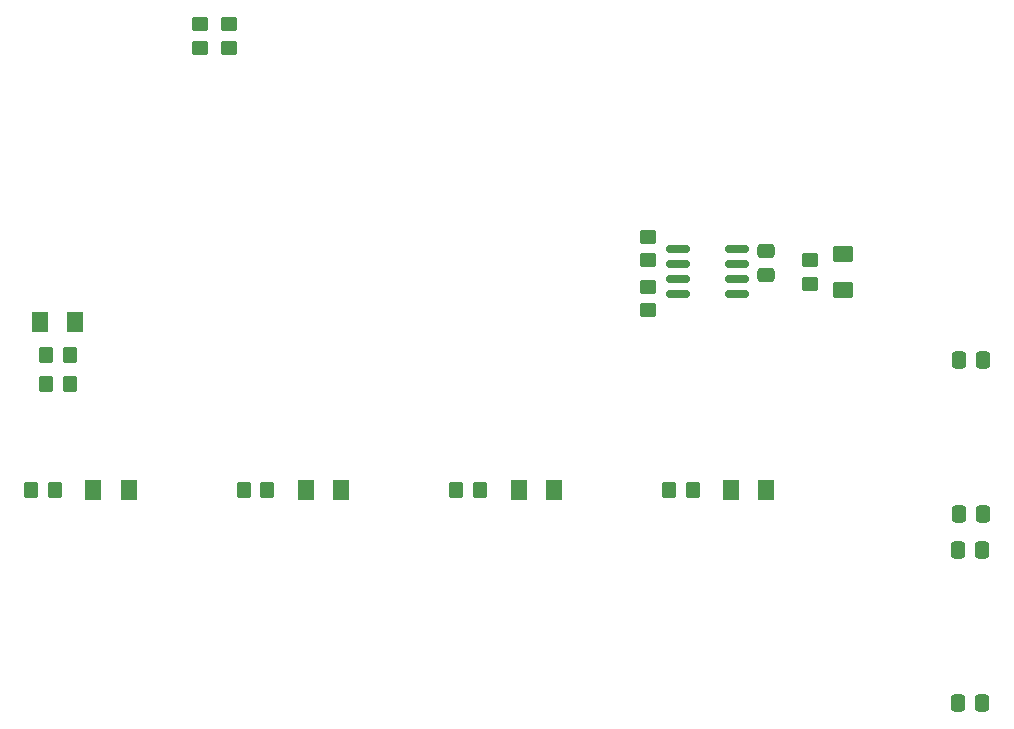
<source format=gbr>
%TF.GenerationSoftware,KiCad,Pcbnew,(5.99.0-10406-ge27733587d)*%
%TF.CreationDate,2021-05-19T17:56:25+05:30*%
%TF.ProjectId,OxiKit-Brainboard_v1,4f78694b-6974-42d4-9272-61696e626f61,rev?*%
%TF.SameCoordinates,Original*%
%TF.FileFunction,Paste,Top*%
%TF.FilePolarity,Positive*%
%FSLAX46Y46*%
G04 Gerber Fmt 4.6, Leading zero omitted, Abs format (unit mm)*
G04 Created by KiCad (PCBNEW (5.99.0-10406-ge27733587d)) date 2021-05-19 17:56:25*
%MOMM*%
%LPD*%
G01*
G04 APERTURE LIST*
G04 Aperture macros list*
%AMRoundRect*
0 Rectangle with rounded corners*
0 $1 Rounding radius*
0 $2 $3 $4 $5 $6 $7 $8 $9 X,Y pos of 4 corners*
0 Add a 4 corners polygon primitive as box body*
4,1,4,$2,$3,$4,$5,$6,$7,$8,$9,$2,$3,0*
0 Add four circle primitives for the rounded corners*
1,1,$1+$1,$2,$3*
1,1,$1+$1,$4,$5*
1,1,$1+$1,$6,$7*
1,1,$1+$1,$8,$9*
0 Add four rect primitives between the rounded corners*
20,1,$1+$1,$2,$3,$4,$5,0*
20,1,$1+$1,$4,$5,$6,$7,0*
20,1,$1+$1,$6,$7,$8,$9,0*
20,1,$1+$1,$8,$9,$2,$3,0*%
G04 Aperture macros list end*
%ADD10RoundRect,0.250000X-0.350000X-0.450000X0.350000X-0.450000X0.350000X0.450000X-0.350000X0.450000X0*%
%ADD11RoundRect,0.250000X0.450000X-0.350000X0.450000X0.350000X-0.450000X0.350000X-0.450000X-0.350000X0*%
%ADD12RoundRect,0.250000X-0.450000X0.350000X-0.450000X-0.350000X0.450000X-0.350000X0.450000X0.350000X0*%
%ADD13RoundRect,0.250000X0.337500X0.475000X-0.337500X0.475000X-0.337500X-0.475000X0.337500X-0.475000X0*%
%ADD14RoundRect,0.150000X-0.825000X-0.150000X0.825000X-0.150000X0.825000X0.150000X-0.825000X0.150000X0*%
%ADD15RoundRect,0.250001X-0.462499X-0.624999X0.462499X-0.624999X0.462499X0.624999X-0.462499X0.624999X0*%
%ADD16RoundRect,0.250000X0.350000X0.450000X-0.350000X0.450000X-0.350000X-0.450000X0.350000X-0.450000X0*%
%ADD17RoundRect,0.250000X-0.337500X-0.475000X0.337500X-0.475000X0.337500X0.475000X-0.337500X0.475000X0*%
%ADD18RoundRect,0.250000X-0.475000X0.337500X-0.475000X-0.337500X0.475000X-0.337500X0.475000X0.337500X0*%
%ADD19RoundRect,0.250001X0.624999X-0.462499X0.624999X0.462499X-0.624999X0.462499X-0.624999X-0.462499X0*%
G04 APERTURE END LIST*
D10*
%TO.C,R11*%
X66750000Y-90000000D03*
X68750000Y-90000000D03*
%TD*%
D11*
%TO.C,R10*%
X82250000Y-61500000D03*
X82250000Y-59500000D03*
%TD*%
%TO.C,R9*%
X79750000Y-61500000D03*
X79750000Y-59500000D03*
%TD*%
D12*
%TO.C,R2*%
X117750000Y-77500000D03*
X117750000Y-79500000D03*
%TD*%
D11*
%TO.C,R1*%
X117750000Y-83750000D03*
X117750000Y-81750000D03*
%TD*%
D13*
%TO.C,C3*%
X146092500Y-100960000D03*
X144017500Y-100960000D03*
%TD*%
D14*
%TO.C,U2*%
X120275000Y-78595000D03*
X120275000Y-79865000D03*
X120275000Y-81135000D03*
X120275000Y-82405000D03*
X125225000Y-82405000D03*
X125225000Y-81135000D03*
X125225000Y-79865000D03*
X125225000Y-78595000D03*
%TD*%
D15*
%TO.C,D9*%
X70762500Y-99000000D03*
X73737500Y-99000000D03*
%TD*%
D16*
%TO.C,R7*%
X67500000Y-99000000D03*
X65500000Y-99000000D03*
%TD*%
D17*
%TO.C,C4*%
X144017500Y-87960000D03*
X146092500Y-87960000D03*
%TD*%
D10*
%TO.C,R3*%
X66750000Y-87512500D03*
X68750000Y-87512500D03*
%TD*%
D16*
%TO.C,R6*%
X103500000Y-99000000D03*
X101500000Y-99000000D03*
%TD*%
%TO.C,R5*%
X121500000Y-99000000D03*
X119500000Y-99000000D03*
%TD*%
%TO.C,R8*%
X85500000Y-99000000D03*
X83500000Y-99000000D03*
%TD*%
D15*
%TO.C,D3*%
X124762500Y-99000000D03*
X127737500Y-99000000D03*
%TD*%
D11*
%TO.C,R4*%
X131400000Y-81500000D03*
X131400000Y-79500000D03*
%TD*%
D18*
%TO.C,C5*%
X127750000Y-78712500D03*
X127750000Y-80787500D03*
%TD*%
D17*
%TO.C,C6*%
X143962500Y-117000000D03*
X146037500Y-117000000D03*
%TD*%
%TO.C,C2*%
X143962500Y-104000000D03*
X146037500Y-104000000D03*
%TD*%
D15*
%TO.C,D1*%
X66262500Y-84762500D03*
X69237500Y-84762500D03*
%TD*%
%TO.C,D10*%
X88762500Y-99000000D03*
X91737500Y-99000000D03*
%TD*%
%TO.C,D6*%
X106762500Y-99000000D03*
X109737500Y-99000000D03*
%TD*%
D19*
%TO.C,D2*%
X134250000Y-81987500D03*
X134250000Y-79012500D03*
%TD*%
M02*

</source>
